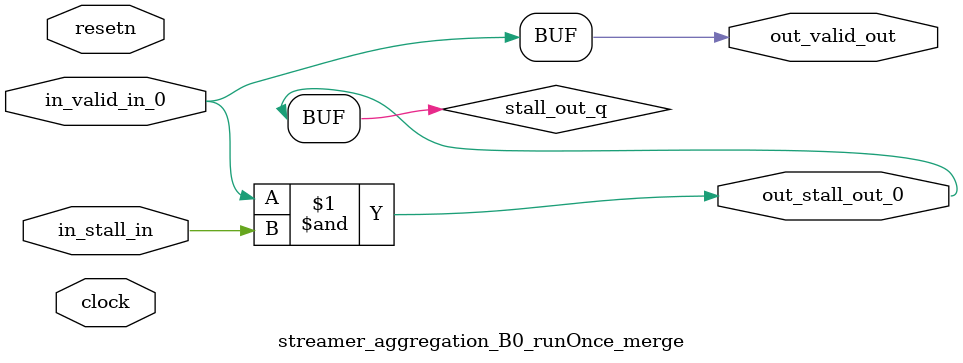
<source format=sv>



(* altera_attribute = "-name AUTO_SHIFT_REGISTER_RECOGNITION OFF; -name MESSAGE_DISABLE 10036; -name MESSAGE_DISABLE 10037; -name MESSAGE_DISABLE 14130; -name MESSAGE_DISABLE 14320; -name MESSAGE_DISABLE 15400; -name MESSAGE_DISABLE 14130; -name MESSAGE_DISABLE 10036; -name MESSAGE_DISABLE 12020; -name MESSAGE_DISABLE 12030; -name MESSAGE_DISABLE 12010; -name MESSAGE_DISABLE 12110; -name MESSAGE_DISABLE 14320; -name MESSAGE_DISABLE 13410; -name MESSAGE_DISABLE 113007; -name MESSAGE_DISABLE 10958" *)
module streamer_aggregation_B0_runOnce_merge (
    input wire [0:0] in_stall_in,
    input wire [0:0] in_valid_in_0,
    output wire [0:0] out_stall_out_0,
    output wire [0:0] out_valid_out,
    input wire clock,
    input wire resetn
    );

    wire [0:0] stall_out_q;


    // stall_out(LOGICAL,6)
    assign stall_out_q = in_valid_in_0 & in_stall_in;

    // out_stall_out_0(GPOUT,4)
    assign out_stall_out_0 = stall_out_q;

    // out_valid_out(GPOUT,5)
    assign out_valid_out = in_valid_in_0;

endmodule

</source>
